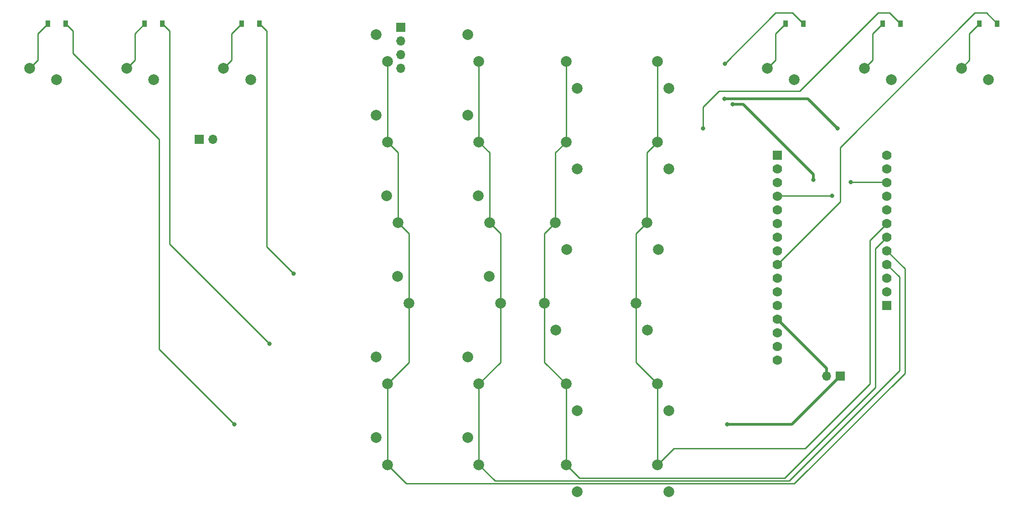
<source format=gbr>
G04 #@! TF.GenerationSoftware,KiCad,Pcbnew,5.1.6*
G04 #@! TF.CreationDate,2020-07-22T10:29:56-05:00*
G04 #@! TF.ProjectId,mobile-steno,6d6f6269-6c65-42d7-9374-656e6f2e6b69,rev?*
G04 #@! TF.SameCoordinates,Original*
G04 #@! TF.FileFunction,Copper,L1,Top*
G04 #@! TF.FilePolarity,Positive*
%FSLAX46Y46*%
G04 Gerber Fmt 4.6, Leading zero omitted, Abs format (unit mm)*
G04 Created by KiCad (PCBNEW 5.1.6) date 2020-07-22 10:29:56*
%MOMM*%
%LPD*%
G01*
G04 APERTURE LIST*
G04 #@! TA.AperFunction,ComponentPad*
%ADD10C,2.000000*%
G04 #@! TD*
G04 #@! TA.AperFunction,ComponentPad*
%ADD11O,1.700000X1.700000*%
G04 #@! TD*
G04 #@! TA.AperFunction,ComponentPad*
%ADD12R,1.700000X1.700000*%
G04 #@! TD*
G04 #@! TA.AperFunction,SMDPad,CuDef*
%ADD13R,0.900000X1.200000*%
G04 #@! TD*
G04 #@! TA.AperFunction,ComponentPad*
%ADD14C,1.778000*%
G04 #@! TD*
G04 #@! TA.AperFunction,ComponentPad*
%ADD15R,1.778000X1.778000*%
G04 #@! TD*
G04 #@! TA.AperFunction,ViaPad*
%ADD16C,0.800000*%
G04 #@! TD*
G04 #@! TA.AperFunction,Conductor*
%ADD17C,0.254000*%
G04 #@! TD*
G04 #@! TA.AperFunction,Conductor*
%ADD18C,0.508000*%
G04 #@! TD*
G04 #@! TA.AperFunction,Conductor*
%ADD19C,0.250000*%
G04 #@! TD*
G04 APERTURE END LIST*
D10*
X88711740Y-37650780D03*
X90811740Y-42650780D03*
X88711740Y-52650780D03*
X90811740Y-57650780D03*
X109711740Y-82650780D03*
X111811740Y-87650780D03*
X141111740Y-77650780D03*
X139011740Y-72650780D03*
X126111740Y-122650780D03*
X124011740Y-117650780D03*
X88711740Y-112650780D03*
X90811740Y-117650780D03*
D11*
X172371740Y-101150780D03*
D12*
X174911740Y-101150780D03*
D10*
X179411740Y-43950780D03*
X184411740Y-46050780D03*
X143111740Y-47650780D03*
X141011740Y-42650780D03*
X143111740Y-62650780D03*
X141011740Y-57650780D03*
X139111740Y-92650780D03*
X137011740Y-87650780D03*
X143111740Y-107650780D03*
X141011740Y-102650780D03*
X143111740Y-122650780D03*
X141011740Y-117650780D03*
X126111740Y-47650780D03*
X124011740Y-42650780D03*
X126111740Y-62650780D03*
X124011740Y-57650780D03*
X124111740Y-77650780D03*
X122011740Y-72650780D03*
X122111740Y-92650780D03*
X120011740Y-87650780D03*
X126111740Y-107650780D03*
X124011740Y-102650780D03*
X161411740Y-43950780D03*
X166411740Y-46050780D03*
X197411740Y-43950780D03*
X202411740Y-46050780D03*
X60411740Y-43950780D03*
X65411740Y-46050780D03*
X42411740Y-43950780D03*
X47411740Y-46050780D03*
X24411740Y-43950780D03*
X29411740Y-46050780D03*
X90711740Y-67650780D03*
X92811740Y-72650780D03*
X92711740Y-82650780D03*
X94811740Y-87650780D03*
X88711740Y-97650780D03*
X90811740Y-102650780D03*
X105711740Y-37650780D03*
X107811740Y-42650780D03*
X105711740Y-52650780D03*
X107811740Y-57650780D03*
X107711740Y-67650780D03*
X109811740Y-72650780D03*
X105711740Y-97650780D03*
X107811740Y-102650780D03*
X105711740Y-112650780D03*
X107811740Y-117650780D03*
D13*
X168061740Y-35650780D03*
X164761740Y-35650780D03*
X186061740Y-35650780D03*
X182761740Y-35650780D03*
X204061740Y-35650780D03*
X200761740Y-35650780D03*
X67061740Y-35650780D03*
X63761740Y-35650780D03*
X49061740Y-35650780D03*
X45761740Y-35650780D03*
X31061740Y-35650780D03*
X27761740Y-35650780D03*
D11*
X93311740Y-38890780D03*
X93311740Y-41430780D03*
X93311740Y-43970780D03*
D12*
X93311740Y-36350780D03*
D11*
X58451740Y-57150780D03*
D12*
X55911740Y-57150780D03*
D14*
X163251740Y-98200780D03*
X163251740Y-95660780D03*
X163251740Y-93120780D03*
X163251740Y-90580780D03*
X163251740Y-88040780D03*
X163251740Y-85500780D03*
X163251740Y-82960780D03*
X163251740Y-80420780D03*
X163251740Y-77880780D03*
X163251740Y-75340780D03*
X163251740Y-72800780D03*
X163251740Y-70260780D03*
X163251740Y-67720780D03*
X163251740Y-65180780D03*
X163251740Y-62640780D03*
D15*
X163251740Y-60100780D03*
D14*
X183571740Y-85500780D03*
D15*
X183571740Y-88040780D03*
D14*
X183571740Y-82960780D03*
X183571740Y-80420780D03*
X183571740Y-77880780D03*
X183571740Y-75340780D03*
X183571740Y-72800780D03*
X183571740Y-70260780D03*
X183571740Y-67720780D03*
X183571740Y-65180780D03*
X183571740Y-62640780D03*
X183571740Y-60100780D03*
D16*
X169925807Y-64664847D03*
X154911712Y-50650780D03*
X62411740Y-110150780D03*
X68911740Y-95150780D03*
X73411740Y-82150780D03*
X149411740Y-55150780D03*
X153486740Y-43075780D03*
X153911740Y-110150780D03*
X153411740Y-49650780D03*
X174411740Y-55150780D03*
X176911740Y-65150780D03*
X173411740Y-67650780D03*
D17*
X24411740Y-43950780D02*
X25911740Y-42450780D01*
X25911740Y-37500780D02*
X27761740Y-35650780D01*
X25911740Y-42450780D02*
X25911740Y-37500780D01*
X42411740Y-43950780D02*
X43911740Y-42450780D01*
X43911740Y-37500780D02*
X45761740Y-35650780D01*
X43911740Y-42450780D02*
X43911740Y-37500780D01*
X60411740Y-43950780D02*
X61911740Y-42450780D01*
X61911740Y-37500780D02*
X63761740Y-35650780D01*
X61911740Y-42450780D02*
X61911740Y-37500780D01*
X197411740Y-43950780D02*
X198911740Y-42450780D01*
X198911740Y-37500780D02*
X200761740Y-35650780D01*
X198911740Y-42450780D02*
X198911740Y-37500780D01*
X179411740Y-43950780D02*
X180911740Y-42450780D01*
X180911740Y-37500780D02*
X182761740Y-35650780D01*
X180911740Y-42450780D02*
X180911740Y-37500780D01*
X161411740Y-43950780D02*
X162911740Y-42450780D01*
X162911740Y-37500780D02*
X164761740Y-35650780D01*
X162911740Y-42450780D02*
X162911740Y-37500780D01*
D18*
X172371740Y-99700780D02*
X163251740Y-90580780D01*
X172371740Y-101150780D02*
X172371740Y-99700780D01*
X169925807Y-64664847D02*
X169925807Y-63664847D01*
X169925807Y-63664847D02*
X156911740Y-50650780D01*
X156911740Y-50650780D02*
X154911712Y-50650780D01*
D19*
X48411740Y-96150780D02*
X62411740Y-110150780D01*
X48411740Y-57150780D02*
X48411740Y-96150780D01*
X32411740Y-41150780D02*
X48411740Y-57150780D01*
X32411740Y-37000780D02*
X32411740Y-41150780D01*
X31061740Y-35650780D02*
X32411740Y-37000780D01*
X49061740Y-35650780D02*
X50411740Y-37000780D01*
X50411740Y-76650780D02*
X68911740Y-95150780D01*
X50411740Y-37000780D02*
X50411740Y-76650780D01*
X67061740Y-35650780D02*
X68411740Y-37000780D01*
X68411740Y-77150780D02*
X73411740Y-82150780D01*
X68411740Y-37000780D02*
X68411740Y-77150780D01*
X174911740Y-68760780D02*
X163251740Y-80420780D01*
X174911740Y-58650780D02*
X174911740Y-68760780D01*
X199911740Y-33650780D02*
X174911740Y-58650780D01*
X202061740Y-33650780D02*
X199911740Y-33650780D01*
X204061740Y-35650780D02*
X202061740Y-33650780D01*
D17*
X152411740Y-48150780D02*
X149411740Y-51150780D01*
X167411740Y-48150780D02*
X152411740Y-48150780D01*
X149411740Y-51150780D02*
X149411740Y-55150780D01*
X181911740Y-33650780D02*
X167411740Y-48150780D01*
X184061740Y-33650780D02*
X181911740Y-33650780D01*
X186061740Y-35650780D02*
X184061740Y-33650780D01*
D19*
X90811740Y-117650780D02*
X90811740Y-102650780D01*
X94811740Y-98650780D02*
X90811740Y-102650780D01*
X94811740Y-87650780D02*
X94811740Y-98650780D01*
X94811740Y-74650780D02*
X92811740Y-72650780D01*
X94811740Y-87650780D02*
X94811740Y-74650780D01*
X92811740Y-59650780D02*
X90811740Y-57650780D01*
X92811740Y-72650780D02*
X92811740Y-59650780D01*
X90811740Y-57650780D02*
X90811740Y-42650780D01*
D17*
X186911740Y-100650780D02*
X186911740Y-81220780D01*
X166411740Y-121150780D02*
X186911740Y-100650780D01*
X94311740Y-121150780D02*
X166411740Y-121150780D01*
X186911740Y-81220780D02*
X183571740Y-77880780D01*
X90811740Y-117650780D02*
X94311740Y-121150780D01*
D19*
X168061740Y-35650780D02*
X166061740Y-33650780D01*
X162911740Y-33650780D02*
X153486740Y-43075780D01*
X166061740Y-33650780D02*
X162911740Y-33650780D01*
X107811740Y-117650780D02*
X107811740Y-102650780D01*
X111811740Y-74650780D02*
X109811740Y-72650780D01*
X111811740Y-87650780D02*
X111811740Y-74650780D01*
X109811740Y-59650780D02*
X107811740Y-57650780D01*
X109811740Y-72650780D02*
X109811740Y-59650780D01*
X107811740Y-57650780D02*
X107811740Y-42650780D01*
X111811740Y-98650780D02*
X111811740Y-87650780D01*
X107811740Y-102650780D02*
X111811740Y-98650780D01*
D17*
X185911740Y-82760780D02*
X183571740Y-80420780D01*
X185911740Y-100150780D02*
X185911740Y-82760780D01*
X165411740Y-120650780D02*
X185911740Y-100150780D01*
X110811740Y-120650780D02*
X165411740Y-120650780D01*
X107811740Y-117650780D02*
X110811740Y-120650780D01*
D18*
X165911740Y-110150780D02*
X174911740Y-101150780D01*
X153911740Y-110150780D02*
X165911740Y-110150780D01*
X168911740Y-49650780D02*
X174411740Y-55150780D01*
X153411740Y-49650780D02*
X168911740Y-49650780D01*
D17*
X183541740Y-65150780D02*
X183571740Y-65180780D01*
X176911740Y-65150780D02*
X183541740Y-65150780D01*
X163321740Y-67650780D02*
X163251740Y-67720780D01*
X173411740Y-67650780D02*
X163321740Y-67650780D01*
D19*
X124011740Y-117650780D02*
X124011740Y-102650780D01*
X120011740Y-98650780D02*
X120011740Y-87650780D01*
X124011740Y-102650780D02*
X120011740Y-98650780D01*
X120011740Y-74650780D02*
X122011740Y-72650780D01*
X120011740Y-87650780D02*
X120011740Y-74650780D01*
X122011740Y-59650780D02*
X124011740Y-57650780D01*
X122011740Y-72650780D02*
X122011740Y-59650780D01*
X124011740Y-57650780D02*
X124011740Y-42650780D01*
D17*
X124011740Y-117650780D02*
X126511740Y-120150780D01*
X126511740Y-120150780D02*
X164553808Y-120150780D01*
X164553808Y-120150780D02*
X181411740Y-103292848D01*
X181411740Y-103292848D02*
X181411740Y-77500780D01*
X181411740Y-77500780D02*
X183571740Y-75340780D01*
D19*
X141011740Y-117650780D02*
X141011740Y-102650780D01*
X137011740Y-98650780D02*
X137011740Y-87650780D01*
X141011740Y-102650780D02*
X137011740Y-98650780D01*
X137011740Y-74650780D02*
X139011740Y-72650780D01*
X137011740Y-87650780D02*
X137011740Y-74650780D01*
X139011740Y-59650780D02*
X141011740Y-57650780D01*
X139011740Y-72650780D02*
X139011740Y-59650780D01*
X141011740Y-57650780D02*
X141011740Y-42650780D01*
D17*
X168411740Y-114650780D02*
X180411740Y-102650780D01*
X180411740Y-75960780D02*
X183571740Y-72800780D01*
X144011740Y-114650780D02*
X168411740Y-114650780D01*
X180411740Y-102650780D02*
X180411740Y-75960780D01*
X141011740Y-117650780D02*
X144011740Y-114650780D01*
M02*

</source>
